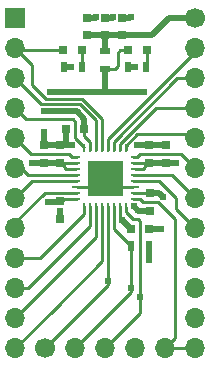
<source format=gtl>
G04 #@! TF.FileFunction,Copper,L1,Top,Signal*
%FSLAX46Y46*%
G04 Gerber Fmt 4.6, Leading zero omitted, Abs format (unit mm)*
G04 Created by KiCad (PCBNEW 4.0.7) date 11/16/17 22:13:52*
%MOMM*%
%LPD*%
G01*
G04 APERTURE LIST*
%ADD10C,0.100000*%
%ADD11R,0.500000X0.900000*%
%ADD12R,0.800000X0.750000*%
%ADD13R,0.750000X0.800000*%
%ADD14R,0.800000X0.800000*%
%ADD15R,0.900000X0.500000*%
%ADD16O,0.240000X0.700000*%
%ADD17O,0.700000X0.240000*%
%ADD18R,1.170000X1.170000*%
%ADD19C,1.700000*%
%ADD20O,1.700000X1.700000*%
%ADD21R,1.700000X1.700000*%
%ADD22C,0.609600*%
%ADD23C,0.508000*%
%ADD24C,0.254000*%
%ADD25C,0.500000*%
%ADD26C,0.025400*%
G04 APERTURE END LIST*
D10*
D11*
X91134500Y-138684000D03*
X92634500Y-138684000D03*
D12*
X91134500Y-137223500D03*
X92634500Y-137223500D03*
D13*
X92710000Y-134187500D03*
X92710000Y-135687500D03*
X94056200Y-131623500D03*
X94056200Y-130123500D03*
X92659200Y-131623500D03*
X92659200Y-130123500D03*
D12*
X87110000Y-128778000D03*
X85610000Y-128778000D03*
D13*
X83693000Y-131623500D03*
X83693000Y-130123500D03*
X85090000Y-131623500D03*
X85090000Y-130123500D03*
X85090000Y-134886000D03*
X85090000Y-136386000D03*
D11*
X92380500Y-123507500D03*
X90880500Y-123507500D03*
D14*
X90830500Y-122110500D03*
X92430500Y-122110500D03*
X85369500Y-122110500D03*
X86969500Y-122110500D03*
D11*
X86919500Y-123507500D03*
X85419500Y-123507500D03*
D15*
X88900000Y-123686000D03*
X88900000Y-122186000D03*
D13*
X90333914Y-120826300D03*
X90333914Y-119326300D03*
X88873414Y-120826300D03*
X88873414Y-119326300D03*
X87412914Y-120826300D03*
X87412914Y-119326300D03*
D16*
X90650000Y-135405500D03*
X90150000Y-135405500D03*
X89650000Y-135405500D03*
X89150000Y-135405500D03*
X88650000Y-135405500D03*
X88150000Y-135405500D03*
X87650000Y-135405500D03*
X87150000Y-135405500D03*
D17*
X86400000Y-134655500D03*
X86400000Y-134155500D03*
X86400000Y-133655500D03*
X86400000Y-133155500D03*
X86400000Y-132655500D03*
X86400000Y-132155500D03*
X86400000Y-131655500D03*
X86400000Y-131155500D03*
D16*
X87150000Y-130405500D03*
X87650000Y-130405500D03*
X88150000Y-130405500D03*
X88650000Y-130405500D03*
X89150000Y-130405500D03*
X89650000Y-130405500D03*
X90150000Y-130405500D03*
X90650000Y-130405500D03*
D17*
X91400000Y-131155500D03*
X91400000Y-131655500D03*
X91400000Y-132155500D03*
X91400000Y-132655500D03*
X91400000Y-133155500D03*
X91400000Y-133655500D03*
X91400000Y-134155500D03*
X91400000Y-134655500D03*
D18*
X89600000Y-133605500D03*
X88200000Y-132205500D03*
X88200000Y-133605500D03*
X89600000Y-132205500D03*
D19*
X96520000Y-119380000D03*
D20*
X96520000Y-121920000D03*
X96520000Y-124460000D03*
X96520000Y-127000000D03*
X96520000Y-129540000D03*
X96520000Y-132080000D03*
X96520000Y-134620000D03*
X96520000Y-137160000D03*
X96520000Y-139700000D03*
X96520000Y-142240000D03*
X96520000Y-144780000D03*
X96520000Y-147320000D03*
D19*
X83820000Y-147320000D03*
D20*
X86360000Y-147320000D03*
X88900000Y-147320000D03*
X91440000Y-147320000D03*
X93980000Y-147320000D03*
D21*
X81280000Y-119380000D03*
D20*
X81280000Y-121920000D03*
X81280000Y-124460000D03*
X81280000Y-127000000D03*
X81280000Y-129540000D03*
X81280000Y-132080000D03*
X81280000Y-134620000D03*
X81280000Y-137160000D03*
X81280000Y-139700000D03*
X81280000Y-142240000D03*
X81280000Y-144780000D03*
X81280000Y-147320000D03*
D22*
X85090000Y-135743202D03*
X91440000Y-123507500D03*
X85979000Y-123507500D03*
X88138000Y-119316500D03*
X89598500Y-119316500D03*
X91059000Y-119316500D03*
X93662500Y-137223500D03*
X92646500Y-139827000D03*
X91630500Y-130111500D03*
X83693000Y-129032000D03*
X86106000Y-130111500D03*
X91313000Y-135318500D03*
X88200000Y-132205500D03*
X89662000Y-132207000D03*
X88200000Y-133605500D03*
X89600000Y-133605500D03*
X82740500Y-131625000D03*
X84221320Y-125590300D03*
X83693000Y-127254000D03*
X92202000Y-125603000D03*
X90297000Y-136461500D03*
X84074000Y-134937500D03*
X94932500Y-131635500D03*
X93789500Y-134493000D03*
X91134500Y-142240000D03*
X89150000Y-141605000D03*
X91884500Y-143002000D03*
D23*
X85090000Y-136386000D02*
X85090000Y-135743202D01*
X90880500Y-123507500D02*
X91440000Y-123507500D01*
X85419500Y-123507500D02*
X85979000Y-123507500D01*
X87412914Y-119326300D02*
X88128200Y-119326300D01*
X88128200Y-119326300D02*
X88138000Y-119316500D01*
X88873414Y-119326300D02*
X89588700Y-119326300D01*
X89588700Y-119326300D02*
X89598500Y-119316500D01*
X90333914Y-119326300D02*
X91049200Y-119326300D01*
X91049200Y-119326300D02*
X91059000Y-119316500D01*
X85102000Y-130111500D02*
X85700000Y-130111500D01*
X85700000Y-130111500D02*
X86106000Y-130111500D01*
X85610000Y-130021500D02*
X85700000Y-130111500D01*
X85610000Y-128778000D02*
X85610000Y-130021500D01*
X92710000Y-135687500D02*
X91682000Y-135687500D01*
X91682000Y-135687500D02*
X91313000Y-135318500D01*
X92634500Y-137223500D02*
X93662500Y-137223500D01*
X92634500Y-138684000D02*
X92634500Y-139815000D01*
X92634500Y-139815000D02*
X92646500Y-139827000D01*
X92659200Y-130123500D02*
X91642500Y-130123500D01*
X91642500Y-130123500D02*
X91630500Y-130111500D01*
X83693000Y-130123500D02*
X83693000Y-129032000D01*
X83693000Y-130123500D02*
X85090000Y-130123500D01*
X92710000Y-135687500D02*
X92595000Y-135687500D01*
X92634500Y-135763000D02*
X92710000Y-135687500D01*
X91428000Y-147308000D02*
X91440000Y-147320000D01*
X94056200Y-130123500D02*
X92659200Y-130123500D01*
X86118000Y-130099500D02*
X86106000Y-130111500D01*
X92634500Y-137223500D02*
X92519500Y-137108500D01*
X85090000Y-130123500D02*
X85102000Y-130111500D01*
D24*
X92710000Y-135814500D02*
X92710000Y-135687500D01*
X91300000Y-133655500D02*
X89875000Y-133655500D01*
X87925000Y-133655500D02*
X88037500Y-133768000D01*
X89875000Y-133655500D02*
X89762500Y-133768000D01*
X86500000Y-133655500D02*
X87925000Y-133655500D01*
D25*
X83693000Y-131623500D02*
X82742000Y-131623500D01*
D24*
X82742000Y-131623500D02*
X82740500Y-131625000D01*
D23*
X83693000Y-131623500D02*
X83693000Y-131635500D01*
X87070500Y-125591000D02*
X84222020Y-125591000D01*
X84222020Y-125591000D02*
X84221320Y-125590300D01*
X86487000Y-127254000D02*
X83693000Y-127254000D01*
X88900000Y-125591000D02*
X87070500Y-125591000D01*
D24*
X89979500Y-123444000D02*
X89737500Y-123686000D01*
X89737500Y-123686000D02*
X88900000Y-123686000D01*
X89979500Y-122307500D02*
X89979500Y-123444000D01*
X90830500Y-122110500D02*
X90176500Y-122110500D01*
X90176500Y-122110500D02*
X89979500Y-122307500D01*
D23*
X92190000Y-125591000D02*
X88900000Y-125591000D01*
X88900000Y-125591000D02*
X88900000Y-123686000D01*
X92202000Y-125603000D02*
X92190000Y-125591000D01*
D24*
X91400000Y-132155500D02*
X92144500Y-132155500D01*
X92144500Y-132155500D02*
X92300000Y-132000000D01*
X92300000Y-132000000D02*
X92300000Y-131755500D01*
X92300000Y-131755500D02*
X92200000Y-131655500D01*
X92627200Y-131655500D02*
X92200000Y-131655500D01*
X92200000Y-131655500D02*
X91300000Y-131655500D01*
X86500000Y-131655500D02*
X85450000Y-131655500D01*
X85450000Y-131655500D02*
X85122000Y-131655500D01*
X85605500Y-132155500D02*
X85450000Y-132000000D01*
X85450000Y-132000000D02*
X85450000Y-131655500D01*
X86400000Y-132155500D02*
X85605500Y-132155500D01*
D23*
X87110000Y-128778000D02*
X87110000Y-127877000D01*
X87110000Y-127877000D02*
X86487000Y-127254000D01*
D24*
X87122000Y-129373500D02*
X87122000Y-128790000D01*
X87122000Y-128790000D02*
X87110000Y-128778000D01*
X87650000Y-130505500D02*
X87650000Y-129901500D01*
X87650000Y-129901500D02*
X87122000Y-129373500D01*
D23*
X91134500Y-137223500D02*
X91059000Y-137223500D01*
X91059000Y-137223500D02*
X90297000Y-136461500D01*
X84074000Y-134937500D02*
X85141500Y-134937500D01*
X85141500Y-134937500D02*
X85153500Y-134949500D01*
X94056200Y-131623500D02*
X94920500Y-131623500D01*
X94920500Y-131623500D02*
X94932500Y-131635500D01*
X92710000Y-134187500D02*
X93484000Y-134187500D01*
X93484000Y-134187500D02*
X93789500Y-134493000D01*
X91134500Y-137223500D02*
X91134500Y-137172000D01*
D24*
X90150000Y-135305500D02*
X90150000Y-136239000D01*
X90150000Y-136239000D02*
X91134500Y-137223500D01*
D23*
X91134500Y-137223500D02*
X91122500Y-137235500D01*
D24*
X86500000Y-134655500D02*
X85447500Y-134655500D01*
X85447500Y-134655500D02*
X85153500Y-134949500D01*
D23*
X84391500Y-131623500D02*
X83693000Y-131623500D01*
D24*
X92659200Y-131623500D02*
X92627200Y-131655500D01*
D23*
X94056200Y-131623500D02*
X92659200Y-131623500D01*
D24*
X92710000Y-134187500D02*
X92722000Y-134175500D01*
X91300000Y-134155500D02*
X92678000Y-134155500D01*
X92678000Y-134155500D02*
X92710000Y-134187500D01*
X92500200Y-131655500D02*
X92659200Y-131496500D01*
D23*
X85090000Y-131623500D02*
X84391500Y-131623500D01*
D24*
X85122000Y-131655500D02*
X85090000Y-131623500D01*
X89650000Y-135305500D02*
X89650000Y-137199500D01*
X91134500Y-141732000D02*
X91134500Y-142240000D01*
X91134500Y-142240000D02*
X91134500Y-142545500D01*
X91122500Y-141732000D02*
X91134500Y-141732000D01*
X91134500Y-138684000D02*
X91134500Y-141732000D01*
X91134500Y-142545500D02*
X86360000Y-147320000D01*
X89650000Y-137199500D02*
X91134500Y-138684000D01*
X86372000Y-147308000D02*
X86360000Y-147320000D01*
X89150000Y-141097000D02*
X89150000Y-141605000D01*
X89150000Y-141605000D02*
X89150000Y-141990000D01*
X89150000Y-141990000D02*
X83820000Y-147320000D01*
X89150000Y-138938000D02*
X89150000Y-141097000D01*
X89154000Y-138938000D02*
X89150000Y-138938000D01*
X89150000Y-138938000D02*
X89154000Y-138938000D01*
X89154000Y-138938000D02*
X89150000Y-138938000D01*
X89150000Y-135305500D02*
X89150000Y-138938000D01*
X90650000Y-135405500D02*
X90650000Y-135772521D01*
X91691474Y-136375229D02*
X91884500Y-136568255D01*
X90650000Y-135772521D02*
X91252708Y-136375229D01*
X91252708Y-136375229D02*
X91691474Y-136375229D01*
X91884500Y-136568255D02*
X91884500Y-142824200D01*
X91884500Y-142824200D02*
X91884500Y-143002000D01*
X91884500Y-143002000D02*
X91884500Y-143700500D01*
X91884500Y-144335500D02*
X88900000Y-147320000D01*
X91884500Y-143700500D02*
X91884500Y-144335500D01*
X91300000Y-134655500D02*
X91856500Y-134655500D01*
X92138500Y-134937500D02*
X93345000Y-134937500D01*
X91856500Y-134655500D02*
X92138500Y-134937500D01*
X93345000Y-134937500D02*
X94829999Y-136422499D01*
X94829999Y-136422499D02*
X94829999Y-146470001D01*
X94829999Y-146470001D02*
X93980000Y-147320000D01*
X93980000Y-147320000D02*
X96520000Y-147320000D01*
X95313500Y-130873500D02*
X96520000Y-132080000D01*
X91884500Y-130873500D02*
X95313500Y-130873500D01*
X91300000Y-131155500D02*
X91602500Y-131155500D01*
X91602500Y-131155500D02*
X91884500Y-130873500D01*
X94555500Y-132655500D02*
X96520000Y-134620000D01*
X91300000Y-132655500D02*
X94555500Y-132655500D01*
X91300000Y-133155500D02*
X93468000Y-133155500D01*
X93468000Y-133155500D02*
X94932500Y-134620000D01*
X94932500Y-134620000D02*
X94932500Y-135572500D01*
X94932500Y-135572500D02*
X96520000Y-137160000D01*
X89150000Y-129604260D02*
X96520000Y-122234260D01*
X96520000Y-122234260D02*
X96520000Y-121920000D01*
X89150000Y-130505500D02*
X89150000Y-129604260D01*
X89650000Y-130505500D02*
X89650000Y-129822709D01*
X89650000Y-129822709D02*
X95012709Y-124460000D01*
X95012709Y-124460000D02*
X96520000Y-124460000D01*
X93218000Y-127000000D02*
X96520000Y-127000000D01*
X90150000Y-130505500D02*
X90150000Y-130068000D01*
X90150000Y-130068000D02*
X93218000Y-127000000D01*
X90650000Y-130505500D02*
X90650000Y-130203000D01*
X90650000Y-130203000D02*
X91630500Y-129222500D01*
X91630500Y-129222500D02*
X96202500Y-129222500D01*
X96202500Y-129222500D02*
X96520000Y-129540000D01*
X88650000Y-130505500D02*
X88650000Y-127881389D01*
X86973917Y-126205306D02*
X83930205Y-126205306D01*
X88650000Y-127881389D02*
X86973917Y-126205306D01*
X83930205Y-126205306D02*
X82728001Y-125003102D01*
X82728001Y-125003102D02*
X82728001Y-123368001D01*
X82728001Y-123368001D02*
X81280000Y-121920000D01*
X85369500Y-122110500D02*
X81470500Y-122110500D01*
X81470500Y-122110500D02*
X81280000Y-121920000D01*
X88150000Y-130505500D02*
X88150000Y-128028000D01*
X88150000Y-128028000D02*
X86791154Y-126669154D01*
X86791154Y-126669154D02*
X83489154Y-126669154D01*
X82129999Y-125309999D02*
X81280000Y-124460000D01*
X83489154Y-126669154D02*
X82129999Y-125309999D01*
X87150000Y-130266500D02*
X87150000Y-130280500D01*
X87150000Y-130280500D02*
X86360000Y-129490500D01*
X86360000Y-128138007D02*
X86170453Y-127948460D01*
X86360000Y-129490500D02*
X86360000Y-128138007D01*
X86170453Y-127948460D02*
X82228460Y-127948460D01*
X82228460Y-127948460D02*
X81280000Y-127000000D01*
X86500000Y-131155500D02*
X86134000Y-131155500D01*
X86134000Y-131155500D02*
X85852000Y-130873500D01*
X85852000Y-130873500D02*
X82613500Y-130873500D01*
X82613500Y-130873500D02*
X81280000Y-129540000D01*
X86500000Y-132655500D02*
X82401646Y-132655500D01*
X82401646Y-132655500D02*
X81826146Y-132080000D01*
X81826146Y-132080000D02*
X81280000Y-132080000D01*
X86500000Y-133155500D02*
X82744500Y-133155500D01*
X82744500Y-133155500D02*
X81280000Y-134620000D01*
X86500000Y-134155500D02*
X83776500Y-134155500D01*
X83776500Y-134155500D02*
X81280000Y-136652000D01*
X81280000Y-136652000D02*
X81280000Y-137160000D01*
X87150000Y-135305500D02*
X87150000Y-135933823D01*
X87150000Y-135933823D02*
X83383823Y-139700000D01*
X83383823Y-139700000D02*
X81280000Y-139700000D01*
X87650000Y-135305500D02*
X87650000Y-136981187D01*
X87650000Y-136981187D02*
X82391187Y-142240000D01*
X82391187Y-142240000D02*
X81280000Y-142240000D01*
X81407000Y-142240000D02*
X81280000Y-142240000D01*
X88150000Y-135305500D02*
X88150000Y-137889303D01*
X88150000Y-137889303D02*
X81280000Y-144759303D01*
X81280000Y-144759303D02*
X81280000Y-144780000D01*
X88650000Y-135305500D02*
X88650000Y-139950000D01*
X88650000Y-139950000D02*
X84632749Y-143967251D01*
X84632749Y-143967251D02*
X81280000Y-147320000D01*
D23*
X88873414Y-120826300D02*
X88873414Y-122159414D01*
X88873414Y-122159414D02*
X88900000Y-122186000D01*
X88873414Y-120826300D02*
X87412914Y-120826300D01*
X90333914Y-120826300D02*
X88873414Y-120826300D01*
X94297500Y-119380000D02*
X92851200Y-120826300D01*
X92851200Y-120826300D02*
X90333914Y-120826300D01*
X96520000Y-119380000D02*
X94297500Y-119380000D01*
X87321914Y-120917300D02*
X87412914Y-120826300D01*
X87412914Y-120826300D02*
X87400914Y-120838300D01*
D24*
X92430500Y-122110500D02*
X92430500Y-123457500D01*
X92430500Y-123457500D02*
X92380500Y-123507500D01*
X86969500Y-122110500D02*
X86969500Y-123457500D01*
X86969500Y-123457500D02*
X86919500Y-123507500D01*
D26*
G36*
X90377300Y-134387300D02*
X87422700Y-134387300D01*
X87422700Y-131432700D01*
X90377300Y-131432700D01*
X90377300Y-134387300D01*
X90377300Y-134387300D01*
G37*
X90377300Y-134387300D02*
X87422700Y-134387300D01*
X87422700Y-131432700D01*
X90377300Y-131432700D01*
X90377300Y-134387300D01*
M02*

</source>
